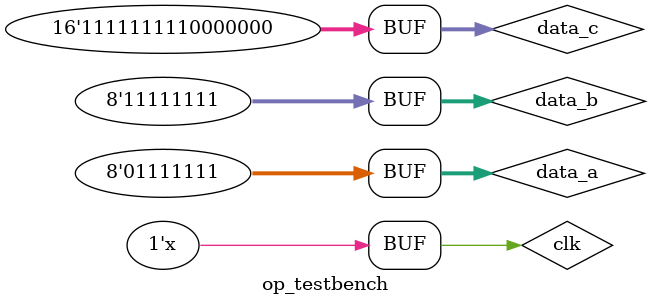
<source format=sv>
`timescale 1us / 1us

module op_testbench ();
  logic [7:0] data_a, data_b;
  logic [15:0] data_c;
  
  // generate a clock signal that inverts its value every five time units
	always  #1 clk=~clk;

  initial begin
    data_a = 8'd127;
    data_b = 8'd255;
    
    #10 data_c = data_a - data_b;
  end

endmodule
</source>
